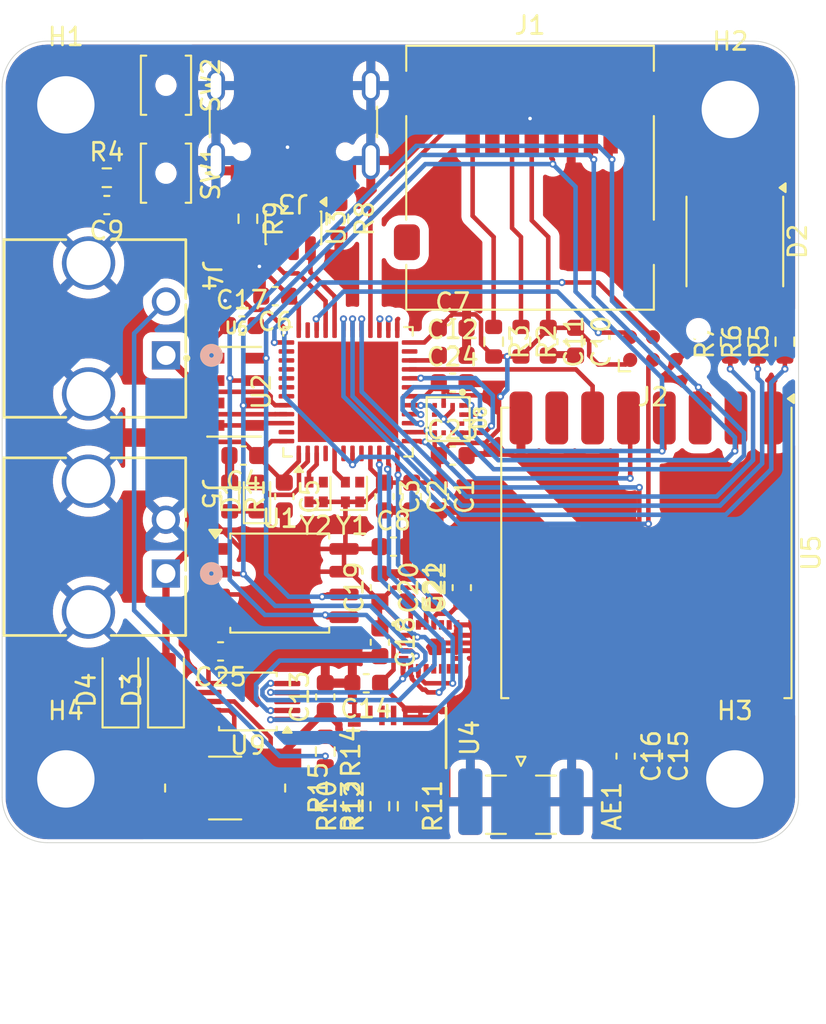
<source format=kicad_pcb>
(kicad_pcb (version 20241229) (generator "pcbnew") (generator_version "9.0")
  (layers (0 "F.Cu" signal) (2 "B.Cu" signal) (13 "F.Paste" user) (15 "B.Paste" user) (5 "F.SilkS" user "F.Silkscreen") (7 "B.SilkS" user "B.Silkscreen") (1 "F.Mask" user) (3 "B.Mask" user) (25 "Edge.Cuts" user))
  (net 0 "")
  (net 1 "GND")
  (net 2 "Net-(AE1-A)")
  (net 3 "+3V3")
  (net 4 "/Microcontroller/nRST")
  (net 5 "Net-(U2-VCAP1)")
  (net 6 "/Power Managment/VBATT")
  (net 7 "Net-(U7-C1)")
  (net 8 "Net-(U7-CAP)")
  (net 9 "/Microcontroller/LED_BUILT_IN")
  (net 10 "Net-(D1-K)")
  (net 11 "Net-(D2-BA)")
  (net 12 "Net-(D2-RA)")
  (net 13 "Net-(D2-GA)")
  (net 14 "/Power Managment/VBATT_Sense/VBATT_IN")
  (net 15 "Net-(D3-A)")
  (net 16 "+5V")
  (net 17 "/SCK")
  (net 18 "Net-(J1-CMD)")
  (net 19 "/Microcontroller/CS_SD")
  (net 20 "Net-(J1-DAT2)")
  (net 21 "/MOSI")
  (net 22 "/MISO")
  (net 24 "/Microcontroller/SWD")
  (net 25 "/Microcontroller/SWCLK")
  (net 26 "Net-(J3-CC1)")
  (net 27 "Net-(J3-D--PadA7)")
  (net 28 "Net-(J3-D+-PadA6)")
  (net 29 "Net-(J3-CC2)")
  (net 30 "Net-(J4-Pin_1)")
  (net 31 "/Microcontroller/BOOT0")
  (net 32 "/Microcontroller/LED_RED")
  (net 33 "/Microcontroller/LED_GREEN")
  (net 34 "/Microcontroller/LED_BLUE")
  (net 35 "Net-(U4-AAM)")
  (net 36 "Net-(U4-FB)")
  (net 37 "Net-(U4-EN)")
  (net 38 "Net-(U9-IN+)")
  (net 39 "Net-(U9-IN-)")
  (net 40 "/Microcontroller/CS_FLASH")
  (net 42 "/Microcontroller/LSE_IN")
  (net 43 "/RST_RADIO")
  (net 44 "/Microcontroller/D+")
  (net 45 "/Microcontroller/CS_IMU_AG")
  (net 48 "/INT_RADIO")
  (net 49 "/Microcontroller/CS_IMU_MAG")
  (net 51 "/Microcontroller/HSE_IN")
  (net 52 "/Microcontroller/D-")
  (net 54 "/CS_POWER")
  (net 55 "/Microcontroller/CS_BARO")
  (net 57 "/CS_RADIO")
  (net 62 "Net-(U4-SW-Pad4)")
  (net 79 "unconnected-(U2-PB12-Pad25)")
  (net 80 "unconnected-(U2-PB13-Pad26)")
  (net 81 "unconnected-(U2-PB14-Pad27)")
  (net 84 "/Microcontroller/CS_ACCEL")
  (footprint "Capacitor_SMD:C_0603_1608Metric" (layer "F.Cu") (at 181.61 76.2 -90)
    (property "Reference" "C2")
    (property "Value" "1uF")
  )
  (footprint "Capacitor_SMD:C_0603_1608Metric" (layer "F.Cu") (at 179.832 81.28 90)
    (property "Reference" "C19")
    (property "Value" "0.1uF")
  )
  (footprint "RF_Module:HOPERF_RFM9XW_SMD" (layer "F.Cu") (at 194.706 79.343 -90)
    (property "Reference" "U5")
    (property "Value" "RFM69HCW")
  )
  (footprint "MountingHole:MountingHole_3.2mm_M3_ISO7380_Pad" (layer "F.Cu") (at 162.306 91.948)
    (property "Reference" "H4")
    (property "Value" "MP")
  )
  (footprint "Resistor_SMD:R_0603_1608Metric" (layer "F.Cu") (at 200.914 67.564 90)
    (property "Reference" "R6")
    (property "Value" "120")
  )
  (footprint "Capacitor_SMD:C_0603_1608Metric" (layer "F.Cu") (at 193.548 90.678 -90)
    (property "Reference" "C16")
    (property "Value" "0.1uF")
  )
  (footprint "Avionics_Feet:0436500205" (layer "F.Cu") (at 167.8866 80.494 -90)
    (property "Reference" "J5")
    (property "Value" "BATTERY")
  )
  (footprint "Capacitor_SMD:C_0603_1608Metric" (layer "F.Cu") (at 179.832 84.328 -90)
    (property "Reference" "C18")
    (property "Value" "10uF")
  )
  (footprint "Resistor_SMD:R_0603_1608Metric" (layer "F.Cu") (at 178.308 93.472 90)
    (property "Reference" "R10")
    (property "Value" "62k")
  )
  (footprint "Capacitor_SMD:C_0603_1608Metric" (layer "F.Cu") (at 183.896 66.802)
    (property "Reference" "C7")
    (property "Value" "0.1uF")
  )
  (footprint "Resistor_SMD:R_0603_1608Metric" (layer "F.Cu") (at 172.466 60.706 -90)
    (property "Reference" "R9")
    (property "Value" "5.1k")
  )
  (footprint "Avionics_Feet:XDCR_KX003-1077" (layer "F.Cu") (at 183.642 71.882 -90)
    (property "Reference" "U8")
    (property "Value" "kx13x")
  )
  (footprint "Avionics_Feet:MPM3610QGV-P" (layer "F.Cu") (at 180.848 89.662 90)
    (property "Reference" "U4")
    (property "Value" "MPM3610GQV-P")
  )
  (footprint "Capacitor_SMD:C_0603_1608Metric" (layer "F.Cu") (at 170.942 84.836 180)
    (property "Reference" "C25")
    (property "Value" "0.1uF")
  )
  (footprint "Resistor_SMD:R_0603_1608Metric" (layer "F.Cu") (at 171.45 76.2 -90)
    (property "Reference" "R1")
    (property "Value" "120")
  )
  (footprint "Resistor_SMD:R_0603_1608Metric" (layer "F.Cu") (at 181.356 93.472 -90)
    (property "Reference" "R11")
    (property "Value" "24k")
  )
  (footprint "Oscillator:Oscillator_SMD_Abracon_ASCO-4Pin_1.6x1.2mm" (layer "F.Cu") (at 178.308 75.946 180)
    (property "Reference" "Y1")
    (property "Value" "8MHz")
  )
  (footprint "Diode_SMD:D_SOD-123F" (layer "F.Cu") (at 167.894 86.868 90)
    (property "Reference" "D3")
    (property "Value" "1A")
  )
  (footprint "Package_SO:VSSOP-10_3x3mm_P0.5mm" (layer "F.Cu") (at 172.466 87.63 180)
    (property "Reference" "U9")
    (property "Value" "INA229AQDGSRQ1")
  )
  (footprint "Capacitor_SMD:C_0603_1608Metric" (layer "F.Cu") (at 184.404 81.28 90)
    (property "Reference" "C22")
    (property "Value" "10nF")
  )
  (footprint "Capacitor_SMD:C_0603_1608Metric" (layer "F.Cu") (at 179.07 86.614 180)
    (property "Reference" "C14")
    (property "Value" "22uF")
  )
  (footprint "Capacitor_SMD:C_0603_1608Metric" (layer "F.Cu") (at 190.754 67.564 -90)
    (property "Reference" "C10")
    (property "Value" "10uF")
  )
  (footprint "Resistor_SMD:R_0603_1608Metric" (layer "F.Cu") (at 176.784 93.472 -90)
    (property "Reference" "R13")
    (property "Value" "10k")
  )
  (footprint "Capacitor_SMD:C_0603_1608Metric" (layer "F.Cu") (at 195.072 90.678 -90)
    (property "Reference" "C15")
    (property "Value" "10uF")
  )
  (footprint "Connector_Coaxial:SMA_Samtec_SMA-J-P-H-ST-EM1_EdgeMount" (layer "F.Cu") (at 187.706 93.472 -90)
    (property "Reference" "AE1")
    (property "Value" "Antenna_Shield")
  )
  (footprint "Connector_Card:microSD_HC_Molex_47219-2001" (layer "F.Cu") (at 188.214 58.42)
    (property "Reference" "J1")
    (property "Value" "Micro_SD_Card")
  )
  (footprint "Capacitor_SMD:C_0603_1608Metric" (layer "F.Cu") (at 189.23 67.564 -90)
    (property "Reference" "C11")
    (property "Value" "0.1uF")
  )
  (footprint "MountingHole:MountingHole_3.2mm_M3_ISO7380_Pad" (layer "F.Cu") (at 162.306 54.356)
    (property "Reference" "H1")
    (property "Value" "MP")
  )
  (footprint "Capacitor_SMD:C_0603_1608Metric" (layer "F.Cu") (at 164.592 59.944 180)
    (property "Reference" "C9")
    (property "Value" "0.1uF")
  )
  (footprint "Button_Switch_SMD:SW_SPST_B3U-1000P-B" (layer "F.Cu") (at 167.894 53.262 -90)
    (property "Reference" "SW2")
    (property "Value" "SW_SPST")
  )
  (footprint "Capacitor_SMD:C_0603_1608Metric" (layer "F.Cu") (at 183.896 68.326)
    (property "Reference" "C12")
    (property "Value" "4.7uF")
  )
  (footprint "Resistor_SMD:R_0603_1608Metric" (layer "F.Cu") (at 177.546 60.706 -90)
    (property "Reference" "R8")
    (property "Value" "5.1k")
  )
  (footprint "Avionics_Feet:XDCR_MS561101BA03-50" (layer "F.Cu") (at 171.704 70.358)
    (property "Reference" "U6")
    (property "Value" "MS5611")
  )
  (footprint "Resistor_SMD:R_0603_1608Metric" (layer "F.Cu") (at 202.438 67.564 90)
    (property "Reference" "R5")
    (property "Value" "120")
  )
  (footprint "Avionics_Feet:0436500205" (layer "F.Cu") (at 167.894 68.326 -90)
    (property "Reference" "J4")
    (property "Value" "ARM")
  )
  (footprint "Avionics_Feet:PQFN24P43_350X300X102L35X23N" (layer "F.Cu") (at 182.626 84.582)
    (property "Reference" "U7")
    (property "Value" "LSM9DS1")
  )
  (footprint "Capacitor_SMD:C_0603_1608Metric" (layer "F.Cu") (at 174.498 76.2 -90)
    (property "Reference" "C5")
    (property "Value" "0.1uF")
  )
  (footprint "Resistor_SMD:R_Shunt_Ohmite_LVK24" (layer "F.Cu") (at 171.196 92.456 -90)
    (property "Reference" "R15")
    (property "Value" "0.1")
  )
  (footprint "Resistor_SMD:R_0603_1608Metric" (layer "F.Cu") (at 176.784 90.424 -90)
    (property "Reference" "R14")
    (property "Value" "47k")
  )
  (footprint "Button_Switch_SMD:SW_SPST_B3U-1000P-B" (layer "F.Cu") (at 167.894 58.166 -90)
    (property "Reference" "SW1")
    (property "Value" "SW_SPST")
  )
  (footprint "Resistor_SMD:R_0603_1608Metric" (layer "F.Cu") (at 187.706 67.564 -90)
    (property "Reference" "R2")
    (property "Value" "10k")
  )
  (footprint "MountingHole:MountingHole_3.2mm_M3_ISO7380_Pad" (layer "F.Cu") (at 199.644 91.948)
    (property "Reference" "H3")
    (property "Value" "MP")
  )
  (footprint "Capacitor_SMD:C_0603_1608Metric" (layer "F.Cu") (at 172.128 66.665)
    (property "Reference" "C17")
    (property "Value" "0.1uF")
  )
  (footprint "LED_SMD:LED_0603_1608Metric" (layer "F.Cu") (at 172.974 76.2 90)
    (property "Reference" "D1")
    (property "Value" "LED")
  )
  (footprint "Capacitor_SMD:C_0603_1608Metric" (layer "F.Cu") (at 180.086 76.2 -90)
    (property "Reference" "C3")
    (property "Value" "0.1uF")
  )
  (footprint "Capacitor_SMD:C_0603_1608Metric" (layer "F.Cu") (at 176.784 87.376 90)
    (property "Reference" "C13")
    (property "Value" "10uF")
  )
  (footprint "Capacitor_SMD:C_0603_1608Metric" (layer "F.Cu") (at 173.99 65.024 180)
    (property "Reference" "C6")
    (property "Value" "0.1uF")
  )
  (footprint "Capacitor_SMD:C_0603_1608Metric" (layer "F.Cu") (at 180.594 78.994)
    (property "Reference" "C8")
    (property "Value" "0.1uF")
  )
  (footprint "Package_SO:SOIC-8_5.3x5.3mm_P1.27mm" (layer "F.Cu") (at 174.244 81.026)
    (property "Reference" "U1")
    (property "Value" "W25Q128JVS")
  )
  (footprint "Capacitor_SMD:C_0603_1608Metric" (layer "F.Cu") (at 181.356 81.28 -90)
    (property "Reference" "C21")
    (property "Value" "0.1uF")
  )
  (footprint "Resistor_SMD:R_0603_1608Metric" (layer "F.Cu") (at 199.39 67.564 90)
    (property "Reference" "R7")
    (property "Value" "120")
  )
  (footprint "Capacitor_SMD:C_0603_1608Metric" (layer "F.Cu") (at 172.212 73.914 180)
    (property "Reference" "C4")
    (property "Value" "0.1uF")
  )
  (footprint "Oscillator:Oscillator_SMD_Abracon_ASCO-4Pin_1.6x1.2mm" (layer "F.Cu") (at 176.276 75.946 180)
    (property "Reference" "Y2")
    (property "Value" "32.768KHz")
  )
  (footprint "LED_SMD:LED_RGB_5050-6" (layer "F.Cu") (at 199.644 61.976 -90)
    (property "Reference" "D2")
    (property "Value" "LED_RGB")
  )
  (footprint "Capacitor_SMD:C_0603_1608Metric" (layer "F.Cu") (at 183.896 73.914)
    (property "Reference" "C23")
    (property "Value" "0.1uF")
  )
  (footprint "MountingHole:MountingHole_3.2mm_M3_ISO7380_Pad" (layer "F.Cu") (at 199.39 54.61)
    (property "Reference" "H2")
    (property "Value" "MP")
  )
  (footprint "Resistor_SMD:R_0603_1608Metric" (layer "F.Cu") (at 179.832 93.472 90)
    (property "Reference" "R12")
    (property "Value" "75k")
  )
  (footprint "Capacitor_SMD:C_0603_1608Metric" (layer "F.Cu") (at 182.88 81.28 90)
    (property "Reference" "C20")
    (property "Value" "0.1uF")
  )
  (footprint "Capacitor_SMD:C_0603_1608Metric" (layer "F.Cu") (at 183.134 76.2 -90)
    (property "Reference" "C1")
    (property "Value" "4.7uF")
  )
  (footprint "Resistor_SMD:R_0603_1608Metric" (layer "F.Cu") (at 164.592 58.42)
    (property "Reference" "R4")
    (property "Value" "10k")
  )
  (footprint "Package_DFN_QFN:QFN-48-1EP_7x7mm_P0.5mm_EP5.6x5.6mm" (layer "F.Cu") (at 178.054 70.358 90)
    (property "Reference" "U2")
    (property "Value" "STM32F411CEUx")
  )
  (footprint "Capacitor_SMD:C_0603_1608Metric" (layer "F.Cu") (at 183.896 69.85)
    (property "Reference" "C24")
    (property "Value" "0.1uF")
  )
  (footprint "Resistor_SMD:R_0603_1608Metric" (layer "F.Cu") (at 186.182 67.564 -90)
    (property "Reference" "R3")
    (property "Value" "10k")
  )
  (footprint "Connector_USB:USB_C_Receptacle_GCT_USB4105-xx-A_16P_TopMnt_Horizontal" (layer "F.Cu") (at 175.006 54.356 180)
    (property "Reference" "J3")
    (property "Value" "USB_C_Receptacle")
  )
  (footprint "Package_TO_SOT_SMD:SOT-23-6" (layer "F.Cu") (at 175.006 61.214 -90)
    (property "Reference" "U3")
    (property "Value" "USBLC6-2SC6")
  )
  (footprint "Connector:Tag-Connect_TC2030-IDC-NL_2x03_P1.27mm_Vertical" (layer "F.Cu") (at 195.072 67.945)
    (property "Reference" "J2")
    (property "Value" "TC2030-NL")
  )
  (footprint "Diode_SMD:D_SOD-123F" (layer "F.Cu") (at 165.354 86.868 90)
    (property "Reference" "D4")
    (property "Value" "1A")
  )
  (gr_arc (start 200.66 50.8) (mid 202.456051 51.543949) (end 203.2 53.34) (stroke (width 0.05)) (layer "Edge.Cuts"))
  (gr_line (start 161.29 50.8) (end 200.66 50.8) (stroke (width 0.05)) (layer "Edge.Cuts"))
  (gr_line (start 203.2 53.34) (end 203.2 92.964) (stroke (width 0.05)) (layer "Edge.Cuts"))
  (gr_arc (start 161.29 95.504) (mid 159.493949 94.760051) (end 158.75 92.964) (stroke (width 0.05)) (layer "Edge.Cuts"))
  (gr_line (start 200.66 95.504) (end 161.29 95.504) (stroke (width 0.05)) (layer "Edge.Cuts"))
  (gr_line (start 158.75 92.964) (end 158.75 53.34) (stroke (width 0.05)) (layer "Edge.Cuts"))
  (gr_arc (start 158.75 53.34) (mid 159.493949 51.543949) (end 161.29 50.8) (stroke (width 0.05)) (layer "Edge.Cuts"))
  (gr_arc (start 203.2 92.964) (mid 202.456051 94.760051) (end 200.66 95.504) (stroke (width 0.05)) (layer "Edge.Cuts"))
  (segment (start 187.706 86.868) (end 187.706 93.472) (width 0.4064) (layer "F.Cu") (net 2))
  (segment (start 188.309 56.32) (end 188.309 55.213) (width 0.254) (layer "F.Cu") (net 3))
  (segment (start 169.418 53.086) (end 167.894 51.562) (width 0.254) (layer "F.Cu") (net 3))
  (segment (start 183.642 93.099088) (end 183.642 88.392) (width 0.254) (layer "F.Cu") (net 3))
  (segment (start 177.908 79.0445) (end 177.908 76.496) (width 0.254) (layer "F.Cu") (net 3))
  (segment (start 179.692 79.121) (end 179.819 78.994) (width 0.254) (layer "F.Cu") (net 3))
  (segment (start 171.196 65.278) (end 171.196 65.532) (width 0.254) (layer "F.Cu") (net 3))
  (segment (start 172.987 73.914) (end 172.974 73.914) (width 0.254) (layer "F.Cu") (net 3))
  (segment (start 180.646 84.367) (end 181.156 84.367) (width 0.254) (layer "F.Cu") (net 3))
  (segment (start 179.845 86.614) (end 180.594 85.865) (width 0.254) (layer "F.Cu") (net 3))
  (segment (start 170.434 73.152) (end 170.18 73.406) (width 0.254) (layer "F.Cu") (net 3))
  (segment (start 173.1075 63.3665) (end 174.765 65.024) (width 0.254) (layer "F.Cu") (net 3))
  (segment (start 183.883 66.04) (end 183.121 66.802) (width 0.254) (layer "F.Cu") (net 3))
  (segment (start 170.18 77.216) (end 172.085 79.121) (width 0.254) (layer "F.Cu") (net 3))
  (segment (start 185.4774 66.3514) (end 185.166 66.04) (width 0.254) (layer "F.Cu") (net 3))
  (segment (start 186.182 68.389) (end 185.4774 67.6844) (width 0.254) (layer "F.Cu") (net 3))
  (segment (start 179.832 94.297) (end 179.895 94.297) (width 0.254) (layer "F.Cu") (net 3))
  (segment (start 186.4846 72.440947) (end 185.716147 73.2094) (width 0.254) (layer "F.Cu") (net 3))
  (segment (start 174.879 80.391) (end 173.609 81.661) (width 0.254) (layer "F.Cu") (net 3))
  (segment (start 189.23 61.722) (end 189.23 66.789) (width 0.254) (layer "F.Cu") (net 3))
  (segment (start 180.086 75.425) (end 183.134 75.425) (width 0.254) (layer "F.Cu") (net 3))
  (segment (start 170.266 84.935) (end 170.167 84.836) (width 0.254) (layer "F.Cu") (net 3))
  (segment (start 189.23 66.789) (end 190.754 66.789) (width 0.254) (layer "F.Cu") (net 3))
  (segment (start 179.832 82.055) (end 179.832 82.068) (width 0.254) (layer "F.Cu") (net 3))
  (segment (start 186.4846 70.699095) (end 186.4846 72.440947) (width 0.254) (layer "F.Cu") (net 3))
  (segment (start 181.814488 94.9266) (end 183.642 93.099088) (width 0.254) (layer "F.Cu") (net 3))
  (segment (start 183.275468 88.138) (end 183.201668 88.0642) (width 0.4064) (layer "F.Cu") (net 3))
  (segment (start 170.167 84.836) (end 169.9195 84.836) (width 0.254) (layer "F.Cu") (net 3))
  (segment (start 182.411 82.524) (end 182.411 83.357) (width 0.254) (layer "F.Cu") (net 3))
  (segment (start 186.561534 70.622161) (end 186.4846 70.699095) (width 0.254) (layer "F.Cu") (net 3))
  (segment (start 180.594 85.865) (end 180.594 84.41) (width 0.254) (layer "F.Cu") (net 3))
  (segment (start 195.706 84.962) (end 195.58 84.836) (width 0.4064) (layer "F.Cu") (net 3))
  (segment (start 183.121 73.914) (end 182.892 73.685) (width 0.254) (layer "F.Cu") (net 3))
  (segment (start 183.121 69.85) (end 183.392 70.121) (width 0.254) (layer "F.Cu") (net 3))
  (segment (start 180.594 84.41) (end 180.637 84.367) (width 0.254) (layer "F.Cu") (net 3))
  (segment (start 181.981 83.357) (end 182.411 83.357) (width 0.254) (layer "F.Cu") (net 3))
  (segment (start 182.88 82.055) (end 182.411 82.524) (width 0.254) (layer "F.Cu") (net 3))
  (segment (start 179.832 83.553) (end 180.646 84.367) (width 0.254) (layer "F.Cu") (net 3))
  (segment (start 183.642 88.392) (end 183.896 88.138) (width 0.254) (layer "F.Cu") (net 3))
  (segment (start 172.085 79.121) (end 177.8315 79.121) (width 0.254) (layer "F.Cu") (net 3))
  (segment (start 179.304 74.643) (end 180.086 75.425) (width 0.254) (layer "F.Cu") (net 3))
  (segment (start 181.248 88.017) (end 181.248 88.116) (width 0.254) (layer "F.Cu") (net 3))
  (segment (start 175.304 65.563) (end 174.765 65.024) (width 0.254) (layer "F.Cu") (net 3))
  (segment (start 185.4774 70.5546) (end 183.8256 70.5546) (width 0.254) (layer "F.Cu") (net 3))
  (segment (start 169.799 81.661) (end 170.6565 81.661) (width 0.254) (layer "F.Cu") (net 3))
  (segment (start 185.166 66.04) (end 183.883 66.04) (width 0.254) (layer "F.Cu") (net 3))
  (segment (start 192.017362 68.834) (end 193.548 68.834) (width 0.254) (layer "F.Cu") (net 3))
  (segment (start 195.072 89.903) (end 193.548 89.903) (width 0.4064) (layer "F.Cu") (net 3))
  (segment (start 193.548 68.834) (end 193.802 68.58) (width 0.254) (layer "F.Cu") (net 3))
  (segment (start 172.212 73.152) (end 170.434 73.152) (width 0.254) (layer "F.Cu") (net 3))
  (segment (start 186.561534 70.622161) (end 185.544961 70.622161) (width 0.254) (layer "F.Cu") (net 3))
  (segment (start 183.121 73.914) (end 183.121 75.412) (width 0.254) (layer "F.Cu") (net 3))
  (segment (start 186.944 68.389) (end 186.182 68.389) (width 0.254) (layer "F.Cu") (net 3))
  (segment (start 171.196 65.532) (end 171.353 65.689) (width 0.254) (layer "F.Cu") (net 3))
  (segment (start 183.392 70.121) (end 183.392 71.1195) (width 0.254) (layer "F.Cu") (net 3))
  (segment (start 183.201668 88.0642) (end 181.248 88.0642) (width 0.4064) (layer "F.Cu") (net 3))
  (segment (start 182.363 70.608) (end 183.121 69.85) (width 0.254) (layer "F.Cu") (net 3))
  (segment (start 182.88 82.055) (end 182.105 81.28) (width 0.254) (layer "F.Cu") (net 3))
  (segment (start 195.706 89.269) (end 195.072 89.903) (width 0.4064) (layer "F.Cu") (net 3))
  (segment (start 183.896 88.138) (end 183.275468 88.138) (width 0.4064) (layer "F.Cu") (net 3))
  (segment (start 169.418 84.3345) (end 169.418 82.042) (width 0.254) (layer "F.Cu") (net 3))
  (segment (start 191.516 67.551) (end 191.516 68.332638) (width 0.254) (layer "F.Cu") (net 3))
  (segment (start 185.544961 70.622161) (end 185.4774 70.5546) (width 0.254) (layer "F.Cu") (net 3))
  (segment (start 177.8315 80.391) (end 177.8315 79.121) (width 0.254) (layer "F.Cu") (net 3))
  (segment (start 178.168 80.391) (end 177.8315 80.391) (width 0.254) (layer "F.Cu") (net 3))
  (segment (start 188.309 60.801) (end 189.23 61.722) (width 0.254) (layer "F.Cu") (net 3))
  (segment (start 183.8256 70.5546) (end 183.121 69.85) (width 0.254) (layer "F.Cu") (net 3))
  (segment (start 191.516 68.332638) (end 192.017362 68.834) (width 0.254) (layer "F.Cu") (net 3))
  (segment (start 179.832 83.553) (end 179.832 82.055) (width 0.254) (layer "F.Cu") (net 3))
  (segment (start 189.23 66.789) (end 189.23 66.865) (width 0.254) (layer "F.Cu") (net 3))
  (segment (start 189.23 66.865) (end 187.706 68.389) (width 0.254) (layer "F.Cu") (net 3))
  (segment (start 180.637 84.367) (end 181.156 84.367) (width 0.254) (layer "F.Cu") (net 3))
  (segment (start 170.18 73.406) (end 170.18 77.216) (width 0.254) (layer "F.Cu") (net 3))
  (segment (start 182.105 81.28) (end 180.607 81.28) (width 0.254) (layer "F.Cu") (net 3))
  (segment (start 180.607 81.28) (end 179.832 82.055) (width 0.254) (layer "F.Cu") (net 3))
  (segment (start 183.121 75.412) (end 183.134 75.425) (width 0.254) (layer "F.Cu") (net 3))
  (segment (start 179.845 86.614) (end 181.248 88.017) (width 0.254) (layer "F.Cu") (net 3))
  (segment (start 179.832 82.055) (end 178.168 80.391) (width 0.254) (layer "F.Cu") (net 3))
  (segment (start 172.987 73.914) (end 174.498 75.425) (width 0.254) (layer "F.Cu") (net 3))
  (segment (start 182.315 67.608) (end 183.121 66.802) (width 0.254) (layer "F.Cu") (net 3))
  (segment (start 173.1075 63.3665) (end 169.418 59.677) (width 0.254) (layer "F.Cu") (net 3))
  (segment (start 170.266 86.63) (end 170.266 84.935) (width 0.254) (layer "F.Cu") (net 3))
  (segment (start 187.706 68.389) (end 186.944 68.389) (width 0.254) (layer "F.Cu") (net 3))
  (segment (start 173.609 81.661) (end 170.6565 81.661) (width 0.254) (layer "F.Cu") (net 3))
  (segment (start 179.895 94.297) (end 180.5246 94.9266) (width 0.254) (layer "F.Cu") (net 3))
  (segment (start 179.304 73.7955) (end 179.304 74.643) (width 0.254) (layer "F.Cu") (net 3))
  (segment (start 173.793 73.108) (end 172.987 73.914) (width 0.254) (layer "F.Cu") (net 3))
  (segment (start 175.304 74.2445) (end 174.498 75.0505) (width 0.254) (layer "F.Cu") (net 3))
  (segment (start 188.309 56.32) (end 188.309 60.801) (width 0.254) (layer "F.Cu") (net 3))
  (segment (start 174.6165 73.108) (end 173.793 73.108) (width 0.254) (layer "F.Cu") (net 3))
  (segment (start 180.5246 94.9266) (end 181.814488 94.9266) (width 0.254) (layer "F.Cu") (net 3))
  (segment (start 175.304 66.9205) (end 175.304 65.563) (width 0.254) (layer "F.Cu") (net 3))
  (segment (start 179.832 82.068) (end 181.121 83.357) (width 0.254) (layer "F.Cu") (net 3))
  (segment (start 190.754 66.789) (end 191.516 67.551) (width 0.254) (layer "F.Cu") (net 3))
  (segment (start 195.706 86.868) (end 195.706 84.962) (width 0.4064) (layer "F.Cu") (net 3))
  (segment (start 169.418 59.677) (end 169.418 53.086) (width 0.254) (layer "F.Cu") (net 3))
  (segment (start 175.304 73.7955) (end 175.304 74.2445) (width 0.254) (layer "F.Cu") (net 3))
  (segment (start 185.4774 67.6844) (end 185.4774 66.3514) (width 0.254) (layer "F.Cu") (net 3))
  (segment (start 169.418 82.042) (end 169.799 81.661) (width 0.254) (layer "F.Cu") (net 3))
  (segment (start 170.604 68.483) (end 170.604 67.414) (width 0.254) (layer "F.Cu") (net 3))
  (segment (start 178.708 76.496) (end 179.015 76.496) (width 0.254) (layer "F.Cu") (net 3))
  (segment (start 179.015 76.496) (end 180.086 75.425) (width 0.254) (layer "F.Cu") (net 3))
  (segment (start 178.708 76.496) (end 175.876 76.496) (width 0.254) (layer "F.Cu") (net 3))
  (segment (start 181.4915 67.608) (end 182.315 67.608) (width 0.254) (layer "F.Cu") (net 3))
  (segment (start 183.8256 73.2094) (end 183.121 73.914) (width 0.254) (layer "F.Cu") (net 3))
  (segment (start 182.892 73.685) (end 182.892 72.6445) (width 0.254) (layer "F.Cu") (net 3))
  (segment (start 174.498 75.0505) (end 174.498 75.425) (width 0.254) (layer "F.Cu") (net 3))
  (segment (start 170.604 67.414) (end 171.353 66.665) (width 0.254) (layer "F.Cu") (net 3))
  (segment (start 195.58 84.836) (end 187.198 84.836) (width 0.4064) (layer "F.Cu") (net 3))
  (segment (start 188.309 55.213) (end 188.214 55.118) (width 0.254) (layer "F.Cu") (net 3))
  (segment (start 181.4915 70.608) (end 182.363 70.608) (width 0.254) (layer "F.Cu") (net 3))
  (segment (start 169.9195 84.836) (end 169.418 84.3345) (width 0.254) (layer "F.Cu") (net 3))
  (segment (start 185.716147 73.2094) (end 183.8256 73.2094) (width 0.254) (layer "F.Cu") (net 3))
  (segment (start 187.198 84.836) (end 183.896 88.138) (width 0.4064) (layer "F.Cu") (net 3))
  (segment (start 177.8315 80.391) (end 174.879 80.391) (width 0.254) (layer "F.Cu") (net 3))
  (segment (start 172.974 73.914) (end 172.212 73.152) (width 0.254) (layer "F.Cu") (net 3))
  (segment (start 177.8315 79.121) (end 177.908 79.0445) (width 0.254) (layer "F.Cu") (net 3))
  (segment (start 171.353 65.689) (end 171.353 66.665) (width 0.254) (layer "F.Cu") (net 3))
  (segment (start 177.8315 79.121) (end 179.692 79.121) (width 0.254) (layer "F.Cu") (net 3))
  (segment (start 195.706 86.868) (end 195.706 89.269) (width 0.4064) (layer "F.Cu") (net 3))
  (via (at 188.214 55.118) (size 0.4) (drill 0.2) (layers "F.Cu" "B.Cu") (net 3))
  (via (at 186.561534 70.622161) (size 0.4) (drill 0.2) (layers "F.Cu" "B.Cu") (net 3))
  (via (at 171.196 65.278) (size 0.4) (drill 0.2) (layers "F.Cu" "B.Cu") (net 3))
  (via (at 173.1075 63.3665) (size 0.4) (drill 0.2) (layers "F.Cu" "B.Cu") (net 3))
  (via (at 186.944 68.389) (size 0.4) (drill 0.2) (layers "F.Cu" "B.Cu") (net 3))
  (segment (start 188.214 55.118) (end 178.308 55.118) (width 0.254) (layer "B.Cu") (net 3))
  (segment (start 173.1075 63.3665) (end 171.196 65.278) (width 0.254) (layer "B.Cu") (net 3))
  (segment (start 186.944 70.239695) (end 186.944 68.389) (width 0.254) (layer "B.Cu") (net 3))
  (segment (start 178.308 55.118) (end 175.768 57.658) (width 0.254) (layer "B.Cu") (net 3))
  (segment (start 186.561534 70.622161) (end 186.944 70.239695) (width 0.254) (layer "B.Cu") (net 3))
  (segment (start 175.768 57.658) (end 175.768 60.706) (width 0.254) (layer "B.Cu") (net 3))
  (segment (start 175.768 60.706) (end 173.1075 63.3665) (width 0.254) (layer "B.Cu") (net 3))
  (segment (start 174.498 67.056) (end 174.498 66.802) (width 0.254) (layer "F.Cu") (net 4))
  (segment (start 178.304 74.418) (end 178.308 74.422) (width 0.254) (layer "F.Cu") (net 4))
  (segment (start 174.498 66.802) (end 173.482 65.786) (width 0.254) (layer "F.Cu") (net 4))
  (segment (start 165.367 59.944) (end 167.816 59.944) (width 0.254) (layer "F.Cu") (net 4))
  (segment (start 173.482 65.786) (end 172.72 65.786) (width 0.254) (layer "F.Cu") (net 4))
  (segment (start 172.72 65.786) (end 167.894 60.96) (width 0.254) (layer "F.Cu") (net 4))
  (segment (start 167.816 59.944) (end 167.894 59.866) (width 0.254) (layer "F.Cu") (net 4))
  (segment (start 194.818 68.834) (end 195.072 68.58) (width 0.254) (layer "F.Cu") (net 4))
  (segment (start 194.818 77.724) (end 194.818 68.834) (width 0.254) (layer "F.Cu") (net 4))
  (segment (start 167.894 60.96) (end 167.894 59.866) (width 0.254) (layer "F.Cu") (net 4))
  (segment (start 178.304 73.7955) (end 178.304 74.418) (width 0.254) (layer "F.Cu") (net 4))
  (via (at 194.818 77.724) (size 0.4) (drill 0.2) (layers "F.Cu" "B.Cu") (net 4))
  (via (at 174.498 67.056) (size 0.4) (drill 0.2) (layers "F.Cu" "B.Cu") (net 4))
  (via (at 178.308 74.422) (size 0.4) (drill 0.2) (layers "F.Cu" "B.Cu") (net 4))
  (segment (start 180.529218 73.9924) (end 178.7376 73.9924) (width 0.254) (layer "B.Cu") (net 4))
  (segment (start 174.498 67.056) (end 174.498 70.612) (width 0.254) (layer "B.Cu") (net 4))
  (segment (start 194.818 77.724) (end 184.260818 77.724) (width 0.254) (layer "B.Cu") (net 4))
  (segment (start 174.498 70.612) (end 178.308 74.422) (width 0.254) (layer "B.Cu") (net 4))
  (segment (start 184.260818 77.724) (end 180.529218 73.9924) (width 0.254) (layer "B.Cu") (net 4))
  (segment (start 178.7376 73.9924) (end 178.308 74.422) (width 0.254) (layer "B.Cu") (net 4))
  (segment (start 182.839 68.608) (end 183.121 68.326) (width 0.254) (layer "F.Cu") (net 5))
  (segment (start 181.4915 68.608) (end 182.839 68.608) (width 0.254) (layer "F.Cu") (net 5))
  (segment (start 173.821 91.206) (end 173.821 91.114) (width 0.254) (layer "F.Cu") (net 6))
  (segment (start 177.5648 89.183948) (end 177.5648 89.6929) (width 0.4064) (layer "F.Cu") (net 6))
  (segment (start 177.5648 89.6929) (end 177.7839 89.912) (width 0.4064) (layer "F.Cu") (net 6))
  (segment (start 177.7839 89.912) (end 178.594 89.912) (width 0.4064) (layer "F.Cu") (net 6))
  (segment (start 173.821 91.114) (end 176.784 88.151) (width 0.4064) (layer "F.Cu") (net 6))
  (segment (start 177.546 88.913) (end 177.546 89.165148) (width 0.4064) (layer "F.Cu") (net 6))
  (segment (start 176.784 88.151) (end 177.546 88.913) (width 0.4064) (layer "F.Cu") (net 6))
  (segment (start 170.266 87.63) (end 171.704 87.63) (width 0.254) (layer "F.Cu") (net 6))
  (segment (start 173.736 89.662) (end 173.736 91.121) (width 0.254) (layer "F.Cu") (net 6))
  (segment (start 171.704 87.63) (end 173.736 89.662) (width 0.254) (layer "F.Cu") (net 6))
  (segment (start 177.546 89.165148) (end 177.5648 89.183948) (width 0.4064) (layer "F.Cu") (net 6))
  (segment (start 173.736 91.121) (end 173.821 91.206) (width 0.254) (layer "F.Cu") (net 6))
  (segment (start 181.551 82.25) (end 181.356 82.055) (width 0.254) (layer "F.Cu") (net 7))
  (segment (start 181.551 83.357) (end 181.551 82.25) (width 0.254) (layer "F.Cu") (net 7))
  (segment (start 182.841 82.9228) (end 183.0292 82.7346) (width 0.254) (layer "F.Cu") (net 8))
  (segment (start 183.7244 82.7346) (end 184.404 82.055) (width 0.254) (layer "F.Cu") (net 8))
  (segment (start 183.0292 82.7346) (end 183.7244 82.7346) (width 0.254) (layer "F.Cu") (net 8))
  (segment (start 182.841 83.357) (end 182.841 82.9228) (width 0.254) (layer "F.Cu") (net 8))
  (segment (start 175.318404 75.728732) (end 175.318404 74.734404) (width 0.254) (layer "F.Cu") (net 9))
  (segment (start 175.804 74.248808) (end 175.804 73.7955) (width 0.254) (layer "F.Cu") (net 9))
  (segment (start 173.6661 76.1046) (end 174.942536 76.1046) (width 0.254) (layer "F.Cu") (net 9))
  (segment (start 175.318404 74.734404) (end 175.804 74.248808) (width 0.254) (layer "F.Cu") (net 9))
  (segment (start 174.942536 76.1046) (end 175.318404 75.728732) (width 0.254) (layer "F.Cu") (net 9))
  (segment (start 172.974 75.4125) (end 173.6661 76.1046) (width 0.254) (layer "F.Cu") (net 9))
  (segment (start 171.45 77.025) (end 172.9365 77.025) (width 0.254) (layer "F.Cu") (net 10))
  (segment (start 172.9365 77.025) (end 172.974 76.9875) (width 0.254) (layer "F.Cu") (net 10))
  (segment (start 197.944 64.376) (end 197.944 65.293) (width 0.254) (layer "F.Cu") (net 11))
  (segment (start 197.944 65.293) (end 199.39 66.739) (width 0.254) (layer "F.Cu") (net 11))
  (segment (start 201.344 65.645) (end 202.438 66.739) (width 0.254) (layer "F.Cu") (net 12))
  (segment (start 201.344 64.376) (end 201.344 65.645) (width 0.254) (layer "F.Cu") (net 12))
  (segment (start 199.644 65.469) (end 200.914 66.739) (width 0.254) (layer "F.Cu") (net 13))
  (segment (start 199.644 64.376) (end 199.644 65.469) (width 0.254) (layer "F.Cu") (net 13))
  (segment (start 167.894 90.529) (end 168.571 91.206) (width 0.4064) (layer "F.Cu") (net 14))
  (segment (start 165.354 88.268) (end 167.894 88.268) (width 0.4064) (layer "F.Cu") (net 14))
  (segment (start 167.894 88.268) (end 167.894 90.529) (width 0.4064) (layer "F.Cu") (net 14))
  (segment (start 167.894 85.468) (end 167.894 80.5014) (width 0.4064) (layer "F.Cu") (net 15))
  (segment (start 167.894 68.326) (end 169.164 69.596) (width 0.4064) (layer "F.Cu") (net 15))
  (segment (start 169.164 69.596) (end 169.164 79.2166) (width 0.4064) (layer "F.Cu") (net 15))
  (segment (start 169.164 79.2166) (end 167.8866 80.494) (width 0.4064) (layer "F.Cu") (net 15))
  (segment (start 167.894 80.5014) (end 167.8866 80.494) (width 0.4064) (layer "F.Cu") (net 15))
  (segment (start 172.606 58.459756) (end 172.606 58.036) (width 0.4064) (layer "F.Cu") (net 16))
  (segment (start 172.606 57.518) (end 173.4068 56.7172) (width 0.4064) (layer "F.Cu") (net 16))
  (segment (start 177.406 57.57039) (end 177.406 58.036) (width 0.4064) (layer "F.Cu") (net 16))
  (segment (start 172.606 58.036) (end 172.606 57.518) (width 0.4064) (layer "F.Cu") (net 16))
  (segment (start 171.45 60.198) (end 171.45 59.615756) (width 0.4064) (layer "F.Cu") (net 16))
  (segment (start 172.836852 60.706) (end 171.958 60.706) (width 0.4064) (layer "F.Cu") (net 16))
  (segment (start 175.006 62.3515) (end 175.006 61.214) (width 0.4064) (layer "F.Cu") (net 16))
  (segment (start 176.55281 56.7172) (end 177.406 57.57039) (width 0.4064) (layer "F.Cu") (net 16))
  (segment (start 173.344852 61.214) (end 172.836852 60.706) (width 0.4064) (layer "F.Cu") (net 16))
  (segment (start 175.006 61.214) (end 173.344852 61.214) (width 0.4064) (layer "F.Cu") (net 16))
  (segment (start 171.45 59.615756) (end 172.606 58.459756) (width 0.4064) (layer "F.Cu") (net 16))
  (segment (start 173.4068 56.7172) (end 176.55281 56.7172) (width 0.4064) (layer "F.Cu") (net 16))
  (segment (start 165.354 85.468) (end 165.354 86.36) (width 0.4064) (layer "F.Cu") (net 16))
  (segment (start 171.958 60.706) (end 171.45 60.198) (width 0.4064) (layer "F.Cu") (net 16))
  (via (at 165.354 86.36) (size 0.4) (drill 0.2) (layers "F.Cu" "B.Cu") (net 16))
  (via (at 174.6768 56.7172) (size 0.4) (drill 0.2) (layers "F.Cu" "B.Cu") (net 16))
  (segment (start 161.036 83.312) (end 164.084 86.36) (width 0.4064) (layer "B.Cu") (net 16))
  (segment (start 161.036 70.358) (end 161.036 83.312) (width 0.4064) (layer "B.Cu") (net 16))
  (segment (start 174.6768 56.7172) (end 161.036 70.358) (width 0.4064) (layer "B.Cu") (net 16))
  (segment (start 164.084 86.36) (end 165.354 86.36) (width 0.4064) (layer "B.Cu") (net 16))
  (segment (start 176.6967 81.7007) (end 176.8713 81.7007) (width 0.254) (layer "F.Cu") (net 17))
  (segment (start 173.482 68.483) (end 172.804 68.483) (width 0.254) (layer "F.Cu") (net 17))
  (segment (start 181.555185 83.937) (end 181.156 83.937) (width 0.254) (layer "F.Cu") (net 17))
  (segment (start 189.409 57.329) (end 189.409 56.32) (width 0.254) (layer "F.Cu") (net 17))
  (segment (start 181.655418 84.037233) (end 181.555185 83.937) (width 0.254) (layer "F.Cu") (net 17))
  (segment (start 181.923089 84.037233) (end 181.655418 84.037233) (width 0.254) (layer "F.Cu") (net 17))
  (segment (start 195.706 71.818) (end 195.706 73.534) (width 0.254) (layer "F.Cu") (net 17))
  (segment (start 195.706 73.534) (end 195.58 73.66) (width 0.254) (layer "F.Cu") (net 17))
  (segment (start 182.09 72.108) (end 182.118 72.136) (width 0.254) (layer "F.Cu") (net 17))
  (segment (start 189.484 57.658) (end 189.484 57.404) (width 0.254) (layer "F.Cu") (net 17))
  (segment (start 184.912 71.628) (end 184.908 71.632) (width 0.254) (layer "F.Cu") (net 17))
  (segment (start 176.911 81.661) (end 177.8315 81.661) (width 0.254) (layer "F.Cu") (net 17))
  (segment (start 184.908 71.632) (end 184.4045 71.632) (width 0.254) (layer "F.Cu") (net 17))
  (segment (start 173.752 86.63) (end 173.736 86.614) (width 0.254) (layer "F.Cu") (net 17))
  (segment (start 189.484 57.404) (end 189.409 57.329) (width 0.254) (layer "F.Cu") (net 17))
  (segment (start 176.8713 81.7007) (end 176.911 81.661) (width 0.254) (layer "F.Cu") (net 17))
  (segment (start 181.4915 72.108) (end 182.09 72.108) (width 0.254) (layer "F.Cu") (net 17))
  (segment (start 174.666 86.63) (end 173.752 86.63) (width 0.254) (layer "F.Cu") (net 17))
  (segment (start 185.42 71.628) (end 184.912 71.628) (width 0.254) (layer "F.Cu") (net 17))
  (segment (start 176.6094 81.788) (end 176.6967 81.7007) (width 0.254) (layer "F.Cu") (net 17))
  (via (at 173.736 86.614) (size 0.4) (drill 0.2) (layers "F.Cu" "B.Cu") (net 17))
  (via (at 195.58 73.66) (size 0.4) (drill 0.2) (layers "F.Cu" "B.Cu") (net 17))
  (via (at 181.923089 84.037233) (size 0.4) (drill 0.2) (layers "F.Cu" "B.Cu") (net 17))
  (via (at 185.42 71.628) (size 0.4) (drill 0.2) (layers "F.Cu" "B.Cu") (net 17))
  (via (at 189.484 57.658) (size 0.4) (drill 0.2) (layers "F.Cu" "B.Cu") (net 17))
  (via (at 173.482 68.483) (size 0.4) (drill 0.2) (layers "F.Cu" "B.Cu") (net 17))
  (via (at 182.118 72.136) (size 0.4) (drill 0.2) (layers "F.Cu" "B.Cu") (net 17))
  (via (at 176.6094 81.788) (size 0.4) (drill 0.2) (layers "F.Cu" "B.Cu") (net 17))
  (segment (start 181.689072 70.104) (end 181.102 70.691072) (width 0.254) (layer "B.Cu") (net 17))
  (segment (start 181.751274 83.865418) (end 181.655418 83.865418) (width 0.254) (layer "B.Cu") (net 17))
  (segment (start 185.42 71.628) (end 185.42 70.612) (width 0.254) (layer "B.Cu") (net 17))
  (segment (start 185.42 72.39) (end 186.69 73.66) (width 0.254) (layer "B.Cu") (net 17))
  (segment (start 195.58 69.596) (end 195.58 73.66) (width 0.254) (layer "B.Cu") (net 17))
  (segment (start 173.482 66.548) (end 182.372 57.658) (width 0.254) (layer "B.Cu") (net 17))
  (segment (start 173.279853 86.9706) (end 173.636453 86.614) (width 0.254) (layer "B.Cu") (net 17))
  (segment (start 181.923089 84.037233) (end 181.751274 83.865418) (width 0.254) (layer "B.Cu") (net 17))
  (segment (start 185.42 70.612) (end 184.912 70.104) (width 0.254) (layer "B.Cu") (net 17))
  (segment (start 182.88 85.598) (end 180.9264 87.5516) (width 0.254) (layer "B.Cu") (net 17))
  (segment (start 190.754 58.928) (end 190.754 64.77) (width 0.254) (layer "B.Cu") (net 17))
  (segment (start 181.923089 84.037233) (end 182.335233 84.037233) (width 0.254) (layer "B.Cu") (net 17))
  (segment (start 180.9264 87.5516) (end 173.558053 87.5516) (width 0.254) (layer "B.Cu") (net 17))
  (segment (start 181.102 71.374) (end 181.864 72.136) (width 0.254) (layer "B.Cu") (net 17))
  (segment (start 181.864 72.136) (end 182.118 72.136) (width 0.254) (layer "B.Cu") (net 17))
  (segment (start 174.752 81.788) (end 176.6094 81.788) (width 0.254) (layer "B.Cu") (net 17))
  (segment (start 173.279853 87.2734) (end 173.279853 86.9706) (width 0.254) (layer "B.Cu") (net 17))
  (segment (start 189.484 57.658) (end 190.754 58.928) (width 0.254) (layer "B.Cu") (net 17))
  (segment (start 173.482 80.518) (end 174.752 81.788) (width 0.254) (layer "B.Cu") (net 17))
  (segment (start 182.372 57.658) (end 189.484 57.658) (width 0.254) (layer "B.Cu") (net 17))
  (segment (start 182.88 84.582) (end 182.88 85.598) (width 0.254) (layer "B.Cu") (net 17))
  (segment (start 179.578 81.788) (end 176.6094 81.788) (width 0.254) (layer "B.Cu") (net 17))
  (segment (start 186.69 73.66) (end 195.58 73.66) (width 0.254) (layer "B.Cu") (net 17))
  (segment (start 173.482 68.483) (end 173.482 66.548) (width 0.254) (layer "B.Cu") (net 17))
  (segment (start 185.42 71.628) (end 185.42 72.39) (width 0.254) (layer "B.Cu") (net 17))
  (segment (start 190.754 64.77) (end 195.58 69.596) (width 0.254) (layer "B.Cu") (net 17))
  (segment (start 181.102 70.691072) (end 181.102 71.374) (width 0.254) (layer "B.Cu") (net 17))
  (segment (start 184.912 70.104) (end 181.689072 70.104) (width 0.254) (layer "B.Cu") (net 17))
  (segment (start 173.558053 87.5516) (end 173.279853 87.2734) (width 0.254) (layer "B.Cu") (net 17))
  (segment (start 173.636453 86.614) (end 173.736 86.614) (width 0.254) (layer "B.Cu") (net 17))
  (segment (start 182.335233 84.037233) (end 182.88 84.582) (width 0.254) (layer "B.Cu") (net 17))
  (segment (start 173.482 68.483) (end 173.482 80.518) (width 0.254) (layer "B.Cu") (net 17))
  (segment (start 181.655418 83.865418) (end 179.578 81.788) (width 0.254) (layer "B.Cu") (net 17))
  (segment (start 187.706 61.722) (end 187.209 61.225) (width 0.254) (layer "F.Cu") (net 18))
  (segment (start 187.706 66.739) (end 187.706 61.722) (width 0.254) (layer "F.Cu") (net 18))
  (segment (start 187.209 61.225) (end 187.209 56.32) (width 0.254) (layer "F.Cu") (net 18))
  (segment (start 184.15 55.118) (end 185.928 55.118) (width 0.254) (layer "F.Cu") (net 19))
  (segment (start 179.304 59.964) (end 184.15 55.118) (width 0.254) (layer "F.Cu") (net 19))
  (segment (start 186.109 55.299) (end 186.109 56.32) (width 0.254) (layer "F.Cu") (net 19))
  (segment (start 185.928 55.118) (end 186.109 55.299) (width 0.254) (layer "F.Cu") (net 19))
  (segment (start 179.304 66.9205) (end 179.304 59.964) (width 0.254) (layer "F.Cu") (net 19))
  (segment (start 186.182 61.722) (end 186.182 66.739) (width 0.254) (layer "F.Cu") (net 20))
  (segment (start 185.009 60.549) (end 186.182 61.722) (width 0.254) (layer "F.Cu") (net 20))
  (segment (start 185.009 56.32) (end 185.009 60.549) (width 0.254) (layer "F.Cu") (net 20))
  (segment (start 182.106 71.108) (end 182.118 71.12) (width 0.254) (layer "F.Cu") (net 21))
  (segment (start 183.892 71.37) (end 183.892 71.1195) (width 0.254) (layer "F.Cu") (net 21))
  (segment (start 192.709 57.327) (end 192.786 57.404) (width 0.254) (layer "F.Cu") (net 21))
  (segment (start 197.612 70.104) (end 197.612 71.724) (width 0.254) (layer "F.Cu") (net 21))
  (segment (start 181.571 84.797) (end 181.156 84.797) (width 0.254) (layer "F.Cu") (net 21))
  (segment (start 171.575796 69.733) (end 172.804 69.733) (width 0.254) (layer "F.Cu") (net 21))
  (segment (start 176.911 82.931) (end 176.784 82.804) (width 0.254) (layer "F.Cu") (net 21))
  (segment (start 192.709 56.32) (end 192.709 57.327) (width 0.254) (layer "F.Cu") (net 21))
  (segment (start 171.45 69.607204) (end 171.575796 69.733) (width 0.254) (layer "F.Cu") (net 21))
  (segment (start 173.744 88.13) (end 173.736 88.138) (width 0.254) (layer "F.Cu") (net 21))
  (segment (start 183.896 71.374) (end 183.892 71.37) (width 0.254) (layer "F.Cu") (net 21))
  (segment (start 177.8315 82.931) (end 176.911 82.931) (width 0.254) (layer "F.Cu") (net 21))
  (segment (start 197.612 71.724) (end 197.706 71.818) (width 0.254) (layer "F.Cu") (net 21))
  (segment (start 174.666 88.13) (end 173.744 88.13) (width 0.254) (layer "F.Cu") (net 21))
  (segment (start 181.4915 71.108) (end 182.106 71.108) (width 0.254) (layer "F.Cu") (net 21))
  (segment (start 181.864 85.09) (end 181.571 84.797) (width 0.254) (layer "F.Cu") (net 21))
  (segment (start 171.461204 69.596) (end 171.45 69.607204) (width 0.254) (layer "F.Cu") (net 21))
  (segment (start 183.388 71.882) (end 183.896 71.374) (width 0.254) (layer "F.Cu") (net 21))
  (via (at 171.461204 69.596) (size 0.4) (drill 0.2) (layers "F.Cu" "B.Cu") (net 21))
  (via (at 182.118 71.12) (size 0.4) (drill 0.2) (layers "F.Cu" "B.Cu") (net 21))
  (via (at 192.786 57.404) (size 0.4) (drill 0.2) (layers "F.Cu" "B.Cu") (net 21))
  (via (at 183.388 71.882) (size 0.4) (drill 0.2) (layers "F.Cu" "B.Cu") (net 21))
  (via (at 197.612 70.104) (size 0.4) (drill 0.2) (layers "F.Cu" "B.Cu") (net 21))
  (via (at 176.784 82.804) (size 0.4) (drill 0.2) (layers "F.Cu" "B.Cu") (net 21))
  (via (at 181.864 85.09) (size 0.4) (drill 0.2) (layers "F.Cu" "B.Cu") (net 21))
  (via (at 173.736 88.138) (size 0.4) (drill 0.2) (layers "F.Cu" "B.Cu") (net 21))
  (segment (start 200.152 73.914) (end 200.152 72.644) (width 0.254) (layer "B.Cu") (net 21))
  (segment (start 182.626 71.12) (end 182.118 71.12) (width 0.254) (layer "B.Cu") (net 21))
  (segment (start 173.4185 82.804) (end 176.784 82.804) (width 0.254) (layer "B.Cu") (net 21))
  (segment (start 173.561073 88.138) (end 173.736 88.138) (width 0.254) (layer "B.Cu") (net 21))
  (segment (start 192.786 57.404) (end 192.786 65.291275) (width 0.254) (layer "B.Cu") (net 21))
  (segment (start 199.39 74.676) (end 200.152 73.914) (width 0.254) (layer "B.Cu") (net 21))
  (segment (start 171.455602 80.841102) (end 173.4185 82.804) (width 0.254) (layer "B.Cu") (net 21))
  (segment (start 181.102 84.836) (end 179.07 82.804) (width 0.254) (layer "B.Cu") (net 21))
  (segment (start 179.07 82.804) (end 176.784 82.804) (width 0.254) (layer "B.Cu") (net 21))
  (segment (start 171.461204 69.596) (end 171.455602 69.601602) (width 0.254) (layer "B.Cu") (net 21))
  (segment (start 183.388 71.882) (end 182.626 71.12) (width 0.254) (layer "B.Cu") (net 21))
  (segment (start 181.61 85.344) (end 174.244 85.344) (width 0.254) (layer "B.Cu") (net 21))
  (segment (start 171.455602 69.601602) (end 171.455602 80.841102) (width 0.254) (layer "B.Cu") (net 21))
  (segment (start 197.358 69.85) (end 197.612 70.104) (width 0.254) (layer "B.Cu") (net 21))
  (segment (start 186.182 74.676) (end 199.39 74.676) (width 0.254) (layer "B.Cu") (net 21))
  (segment (start 192.024 56.642) (end 192.786 57.404) (width 0.254) (layer "B.Cu") (net 21))
  (segment (start 172.923253 87.50018) (end 173.561073 88.138) (width 0.254) (layer "B.Cu") (net 21))
  (segment (start 192.786 65.291275) (end 197.344725 69.85) (width 0.254) (layer "B.Cu") (net 21))
  (segment (start 183.388 71.882) (end 186.182 74.676) (width 0.254) (layer "B.Cu") (net 21))
  (segment (start 174.244 85.344) (end 172.923253 86.664747) (width 0.254) (layer "B.Cu") (net 21))
  (segment (start 172.923253 86.664747) (end 172.923253 87.50018) (width 0.254) (layer "B.Cu") (net 21))
  (segment (start 197.344725 69.85) (end 197.358 69.85) (width 0.254) (layer "B.Cu") (net 21))
  (segment (start 171.45 67.056) (end 181.864 56.642) (width 0.254) (layer "B.Cu") (net 21))
  (segment (start 181.864 56.642) (end 192.024 56.642) (width 0.254) (layer "B.Cu") (net 21))
  (segment (start 181.61 84.836) (end 181.102 84.836) (width 0.254) (layer "B.Cu") (net 21))
  (segment (start 181.864 85.09) (end 181.61 84.836) (width 0.254) (layer "B.Cu") (net 21))
  (segment (start 171.461204 69.596) (end 171.45 69.584796) (width 0.254) (layer "B.Cu") (net 21))
  (segment (start 171.45 69.584796) (end 171.45 67.056) (width 0.254) (layer "B.Cu") (net 21))
  (segment (start 200.152 72.644) (end 197.612 70.104) (width 0.254) (layer "B.Cu") (net 21))
  (segment (start 181.864 85.09) (end 181.61 85.344) (width 0.254) (layer "B.Cu") (net 21))
  (segment (start 172.212 71.12) (end 172.667 71.12) (width 0.254) (layer "F.Cu") (net 22))
  (segment (start 181.4915 71.608) (end 182.098 71.608) (width 0.254) (layer "F.Cu") (net 22))
  (segment (start 181.121 86.341) (end 181.121 85.807) (width 0.254) (layer "F.Cu") (net 22))
  (segment (start 172.667 71.12) (end 172.804 70.983) (width 0.254) (layer "F.Cu") (net 22))
  (segment (start 184.392 71.1195) (end 184.9115 71.1195) (width 0.254) (layer "F.Cu") (net 22))
  (segment (start 172.212 80.518) (end 171.704 80.518) (width 0.254) (layer "F.Cu") (net 22))
  (segment (start 184.9115 71.1195) (end 184.912 71.12) (width 0.254) (layer "F.Cu") (net 22))
  (segment (start 181.102 86.36) (end 181.121 86.341) (width 0.254) (layer "F.Cu") (net 22))
  (segment (start 173.744 87.13) (end 173.736 87.122) (width 0.254) (layer "F.Cu") (net 22))
  (segment (start 181.156 85.772) (end 181.121 85.807) (width 0.254) (layer "F.Cu") (net 22))
  (segment (start 171.577 80.391) (end 170.6565 80.391) (width 0.254) (layer "F.Cu") (net 22))
  (segment (start 181.156 85.227) (end 181.156 85.772) (width 0.254) (layer "F.Cu") (net 22))
  (segment (start 182.098 71.608) (end 182.118 71.628) (width 0.254) (layer "F.Cu") (net 22))
  (segment (start 199.706 71.818) (end 199.706 73.598) (width 0.254) (layer "F.Cu") (net 22))
  (segment (start 171.704 80.518) (end 171.577 80.391) (width 0.254) (layer "F.Cu") (net 22))
  (segment (start 199.706 73.598) (end 199.644 73.66) (width 0.254) (layer "F.Cu") (net 22))
  (segment (start 191.609 56.32) (end 191.609 57.243) (width 0.254) (layer "F.Cu") (net 22))
  (segment (start 174.666 87.13) (end 173.744 87.13) (width 0.254) (layer "F.Cu") (net 22))
  (segment (start 191.609 57.243) (end 191.77 57.404) (width 0.254) (layer "F.Cu") (net 22))
  (via (at 199.644 73.66) (size 0.4) (drill 0.2) (layers "F.Cu" "B.Cu") (net 22))
  (via (at 191.77 57.404) (size 0.4) (drill 0.2) (layers "F.Cu" "B.Cu") (net 22))
  (via (at 184.912 71.12) (size 0.4) (drill 0.2) (layers "F.Cu" "B.Cu") (net 22))
  (via (at 172.212 80.518) (size 0.4) (drill 0.2) (layers "F.Cu" "B.Cu") (net 22))
  (via (at 173.736 87.122) (size 0.4) (drill 0.2) (layers "F.Cu" "B.Cu") (net 22))
  (via (at 181.102 86.36) (size 0.4) (drill 0.2) (layers "F.Cu" "B.Cu") (net 22))
  (via (at 172.212 71.12) (size 0.4) (drill 0.2) (layers "F.Cu" "B.Cu") (net 22))
  (via (at 182.118 71.628) (size 0.4) (drill 0.2) (layers "F.Cu" "B.Cu") (net 22))
  (segment (start 179.306638 82.296) (end 173.99 82.296) (width 0.254) (layer "B.Cu") (net 22))
  (segment (start 180.34 87.122) (end 173.736 87.122) (width 0.254) (layer "B.Cu") (net 22))
  (segment (start 181.61 85.852) (end 181.864 85.852) (width 0.254) (layer "B.Cu") (net 22))
  (segment (start 182.018453 70.612) (end 184.404 70.612) (width 0.254) (layer "B.Cu") (net 22))
  (segment (start 182.114308 57.15) (end 172.210154 67.054154) (width 0.254) (layer "B.Cu") (net 22))
  (segment (start 186.436 74.168) (end 199.136 74.168) (width 0.254) (layer "B.Cu") (net 22))
  (segment (start 199.136 74.168) (end 199.644 73.66) (width 0.254) (layer "B.Cu") (net 22))
  (segment (start 181.102 86.36) (end 181.61 85.852) (width 0.254) (layer "B.Cu") (net 22))
  (segment (start 172.212 80.518) (end 172.212 71.12) (width 0.254) (layer "B.Cu") (net 22))
  (segment (start 191.516 57.15) (end 182.114308 57.15) (width 0.254) (layer "B.Cu") (net 22))
  (segment (start 191.77 57.404) (end 191.516 57.15) (width 0.254) (layer "B.Cu") (net 22))
  (segment (start 181.102 86.36) (end 180.34 87.122) (width 0.254) (layer "B.Cu") (net 22))
  (segment (start 172.210154 67.967554) (end 172.212 67.9694) (width 0.254) (layer "B.Cu") (net 22))
  (segment (start 191.77 57.404) (end 191.77 65.024) (width 0.254) (layer "B.Cu") (net 22))
  (segment (start 182.372 85.344) (end 182.372 84.913227) (width 0.254) (layer "B.Cu") (net 22))
  (segment (start 199.644 72.898) (end 199.644 73.66) (width 0.254) (layer "B.Cu") (net 22))
  (segment (start 173.99 82.296) (end 172.212 80.518) (width 0.254) (layer "B.Cu") (net 22))
  (segment (start 182.118 71.628) (end 182.018453 71.628) (width 0.254) (layer "B.Cu") (net 22))
  (segment (start 184.912 72.644) (end 186.436 74.168) (width 0.254) (layer "B.Cu") (net 22))
  (segment (start 172.212 67.9694) (end 172.212 71.12) (width 0.254) (layer "B.Cu") (net 22))
  (segment (start 181.864 85.852) (end 182.372 85.344) (width 0.254) (layer "B.Cu") (net 22))
  (segment (start 182.372 84.913227) (end 181.925606 84.466833) (width 0.254) (layer "B.Cu") (net 22))
  (segment (start 191.77 65.024) (end 199.644 72.898) (width 0.254) (layer "B.Cu") (net 22))
  (segment (start 182.018453 71.628) (end 181.6884 71.297947) (width 0.254) (layer "B.Cu") (net 22))
  (segment (start 184.912 71.12) (end 184.912 72.644) (width 0.254) (layer "B.Cu") (net 22))
  (segment (start 181.477471 84.466833) (end 179.306638 82.296) (width 0.254) (layer "B.Cu") (net 22))
  (segment (start 181.6884 71.297947) (end 181.6884 70.942053) (width 0.254) (layer "B.Cu") (net 22))
  (segment (start 181.925606 84.466833) (end 181.477471 84.466833) (width 0.254) (layer "B.Cu") (net 22))
  (segment (start 181.6884 70.942053) (end 182.018453 70.612) (width 0.254) (layer "B.Cu") (net 22))
  (segment (start 184.404 70.612) (end 184.912 71.12) (width 0.254) (layer "B.Cu") (net 22))
  (segment (start 172.210154 67.054154) (end 172.210154 67.967554) (width 0.254) (layer "B.Cu") (net 22))
  (segment (start 176.304 66.9205) (end 176.304 66.322) (width 0.254) (layer "F.Cu") (net 24))
  (segment (start 193.548 67.056) (end 193.802 67.31) (width 0.254) (layer "F.Cu") (net 24))
  (segment (start 176.304 66.322) (end 176.276 66.294) (width 0.254) (layer "F.Cu") (net 24))
  (segment (start 192.024 67.056) (end 193.548 67.056) (width 0.254) (layer "F.Cu") (net 24))
  (via (at 176.276 66.294) (size 0.4) (drill 0.2) (layers "F.Cu" "B.Cu") (net 24))
  (via (at 192.024 67.056) (size 0.4) (drill 0.2) (layers "F.Cu" "B.Cu") (net 24))
  (segment (start 177.8 64.77) (end 189.738 64.77) (width 0.254) (layer "B.Cu") (net 24))
  (segment (start 176.276 66.294) (end 177.8 64.77) (width 0.254) (layer "B.Cu") (net 24))
  (segment (start 189.738 64.77) (end 192.024 67.056) (width 0.254) (layer "B.Cu") (net 24))
  (segment (start 195.072 67.31) (end 192.024 64.262) (width 0.254) (layer "F.Cu") (net 25))
  (segment (start 192.024 64.262) (end 189.992 64.262) (width 0.254) (layer "F.Cu") (net 25))
  (segment (start 173.946 67.608) (end 174.6165 67.608) (width 0.254) (layer "F.Cu") (net 25))
  (via (at 189.992 64.262) (size 0.4) (drill 0.2) (layers "F.Cu" "B.Cu") (net 25))
  (via (at 173.946 67.608) (size 0.4) (drill 0.2) (layers "F.Cu" "B.Cu") (net 25))
  (segment (start 176.53 64.262) (end 173.946 66.846) (width 0.254) (layer "B.Cu") (net 25))
  (segment (start 173.946 66.846) (end 173.946 67.608) (width 0.254) (layer "B.Cu") (net 25))
  (segment (start 189.992 64.262) (end 176.53 64.262) (width 0.254) (layer "B.Cu") (net 25))
  (segment (start 176.256 58.591) (end 177.546 59.881) (width 0.254) (layer "F.Cu") (net 26))
  (segment (start 176.256 58.036) (end 176.256 58.591) (width 0.254) (layer "F.Cu") (net 26))
  (segment (start 175.756 58.610999) (end 175.756 58.036) (width 0.254) (layer "F.Cu") (net 27))
  (segment (start 174.756 58.610999) (end 175.073001 58.928) (width 0.254) (layer "F.Cu") (net 27))
  (segment (start 175.756 58.036) (end 175.756 59.8765) (width 0.254) (layer "F.Cu") (net 27))
  (segment (start 175.438999 58.928) (end 175.756 58.610999) (width 0.254) (layer "F.Cu") (net 27))
  (segment (start 174.756 58.036) (end 174.756 58.610999) (width 0.254) (layer "F.Cu") (net 27))
  (segment (start 175.073001 58.928) (end 175.438999 58.928) (width 0.254) (layer "F.Cu") (net 27))
  (segment (start 175.756 59.8765) (end 175.956 60.0765) (width 0.254) (layer "F.Cu") (net 27))
  (segment (start 174.256 59.8765) (end 174.056 60.0765) (width 0.254) (layer "F.Cu") (net 28))
  (segment (start 175.006 57.15) (end 175.256 57.4) (width 0.254) (layer "F.Cu") (net 28))
  (segment (start 175.256 57.4) (end 175.256 58.036) (width 0.254) (layer "F.Cu") (net 28))
  (segment (start 174.567001 57.15) (end 175.006 57.15) (width 0.254) (layer "F.Cu") (net 28))
  (segment (start 174.256 58.036) (end 174.256 59.8765) (width 0.254) (layer "F.Cu") (net 28))
  (segment (start 174.256 58.036) (end 174.256 57.461001) (width 0.254) (layer "F.Cu") (net 28))
  (segment (start 174.256 57.461001) (end 174.567001 57.15) (width 0.254) (layer "F.Cu") (net 28))
  (segment (start 173.256 58.036) (end 173.256 59.091) (width 0.254) (layer "F.Cu") (net 29))
  (segment (start 173.256 59.091) (end 172.466 59.881) (width 0.254) (layer "F.Cu") (net 29))
  (segment (start 176.784 91.249) (end 176.784 90.678) (width 0.254) (layer "F.Cu") (net 30))
  (segment (start 176.784 92.647) (end 176.784 91.249) (width 0.254) (layer "F.Cu") (net 30))
  (via (at 176.784 90.678) (size 0.4) (drill 0.2) (layers "F.Cu" "B.Cu") (net 30))
  (segment (start 176.784 90.678) (end 174.244 90.678) (width 0.254) (layer "B.Cu") (net 30))
  (segment (start 174.244 90.678) (end 166.116 82.55) (width 0.254) (layer "B.Cu") (net 30))
  (segment (start 166.116 67.104001) (end 167.894 65.326001) (width 0.254) (layer "B.Cu") (net 30))
  (segment (start 166.116 82.55) (end 166.116 67.104001) (width 0.254) (layer "B.Cu") (net 30))
  (segment (start 164.846 60.96) (end 164.592 60.706) (width 0.254) (layer "F.Cu") (net 31))
  (segment (start 173.9842 71.108) (end 173.736 70.8598) (width 0.254) (layer "F.Cu") (net 31))
  (segment (start 173.736 70.8598) (end 173.736 70.6058) (width 0.254) (layer "F.Cu") (net 31))
  (segment (start 165.417 58.42) (end 165.417 57.039) (width 0.254) (layer "F.Cu") (net 31))
  (segment (start 164.592 60.706) (end 164.592 59.245) (width 0.254) (layer "F.Cu") (net 31))
  (segment (start 164.592 59.245) (end 165.417 58.42) (width 0.254) (layer "F.Cu") (net 31))
  (segment (start 174.6165 71.108) (end 173.9842 71.108) (width 0.254) (layer "F.Cu") (net 31))
  (segment (start 167.494 54.962) (end 167.894 54.962) (width 0.254) (layer "F.Cu") (net 31))
  (segment (start 173.4882 70.358) (end 169.926 70.358) (width 0.254) (layer "F.Cu") (net 31))
  (segment (start 169.672 70.104) (end 169.672 63.523679) (width 0.254) (layer "F.Cu") (net 31))
  (segment (start 167.108321 60.96) (end 164.846 60.96) (width 0.254) (layer "F.Cu") (net 31))
  (segment (start 169.926 70.358) (end 169.672 70.104) (width 0.254) (layer "F.Cu") (net 31))
  (segment (start 173.736 70.6058) (end 173.4882 70.358) (width 0.254) (layer "F.Cu") (net 31))
  (segment (start 165.417 57.039) (end 167.494 54.962) (width 0.254) (layer "F.Cu") (net 31))
  (segment (start 169.672 63.523679) (end 167.108321 60.96) (width 0.254) (layer "F.Cu") (net 31))
  (segment (start 202.438 68.389) (end 202.438 69.088) (width 0.254) (layer "F.Cu") (net 32))
  (segment (start 177.804 66.9205) (end 177.804 66.298) (width 0.254) (layer "F.Cu") (net 32))
  (segment (start 177.804 66.298) (end 177.8 66.294) (width 0.254) (layer "F.Cu") (net 32))
  (via (at 202.438 69.088) (size 0.4) (drill 0.2) (layers "F.Cu" "B.Cu") (net 32))
  (via (at 177.8 66.294) (size 0.4) (drill 0.2) (layers "F.Cu" "B.Cu") (net 32))
  (segment (start 199.136 77.216) (end 184.404 77.216) (width 0.254) (layer "B.Cu") (net 32))
  (segment (start 201.676 74.676) (end 199.136 77.216) (width 0.254) (layer "B.Cu") (net 32))
  (segment (start 201.676 69.85) (end 201.676 74.676) (width 0.254) (layer "B.Cu") (net 32))
  (segment (start 202.438 69.088) (end 201.676 69.85) (width 0.254) (layer "B.Cu") (net 32))
  (segment (start 177.8 70.612) (end 177.8 66.294) (width 0.254) (layer "B.Cu") (net 32))
  (segment (start 184.404 77.216) (end 177.8 70.612) (width 0.254) (layer "B.Cu") (net 32))
  (segment (start 178.304 66.9205) (end 178.304 66.298) (width 0.254) (layer "F.Cu") (net 33))
  (segment (start 200.914 68.389) (end 200.914 69.088) (width 0.254) (layer "F.Cu") (net 33))
  (segment (start 178.304 66.298) (end 178.308 66.294) (width 0.254) (layer "F.Cu") (net 33))
  (via (at 200.914 69.088) (size 0.4) (drill 0.2) (layers "F.Cu" "B.Cu") (net 33))
  (via (at 178.308 66.294) (size 0.4) (drill 0.2) (layers "F.Cu" "B.Cu") (net 33))
  (segment (start 201.168 69.85) (end 200.914 69.596) (width 0.254) (layer "B.Cu") (net 33))
  (segment (start 178.308 66.294) (end 178.308 70.612) (width 0.254) (layer "B.Cu") (net 33))
  (segment (start 200.914 69.596) (end 200.914 69.088) (width 0.254) (layer "B.Cu") (net 33))
  (segment (start 184.404 76.708) (end 198.81369 76.708) (width 0.254) (layer "B.Cu") (net 33))
  (segment (start 201.168 74.35369) (end 201.168 69.85) (width 0.254) (layer "B.Cu") (net 33))
  (segment (start 198.81369 76.708) (end 201.168 74.35369) (width 0.254) (layer "B.Cu") (net 33))
  (segment (start 178.308 70.612) (end 184.404 76.708) (width 0.254) (layer "B.Cu") (net 33))
  (segment (start 199.39 68.389) (end 199.39 69.088) (width 0.254) (layer "F.Cu") (net 34))
  (segment (start 178.804 66.306) (end 178.816 66.294) (width 0.254) (layer "F.Cu") (net 34))
  (segment (start 178.804 66.9205) (end 178.804 66.306) (width 0.254) (layer "F.Cu") (net 34))
  (via (at 199.39 69.088) (size 0.4) (drill 0.2) (layers "F.Cu" "B.Cu") (net 34))
  (via (at 178.816 66.294) (size 0.4) (drill 0.2) (layers "F.Cu" "B.Cu") (net 34))
  (segment (start 198.624308 76.2) (end 184.658 76.2) (width 0.254) (layer "B.Cu") (net 34))
  (segment (start 178.816 70.358) (end 178.816 66.294) (width 0.254) (layer "B.Cu") (net 34))
  (segment (start 200.66 74.164308) (end 198.624308 76.2) (width 0.254) (layer "B.Cu") (net 34))
  (segment (start 199.39 69.088) (end 200.66 70.358) (width 0.254) (layer "B.Cu") (net 34))
  (segment (start 200.66 70.358) (end 200.66 74.164308) (width 0.254) (layer "B.Cu") (net 34))
  (segment (start 184.658 76.2) (end 178.816 70.358) (width 0.254) (layer "B.Cu") (net 34))
  (segment (start 178.404 92.551) (end 178.308 92.647) (width 0.254) (layer "F.Cu") (net 35))
  (segment (start 178.404 90.912) (end 178.404 92.551) (width 0.254) (layer "F.Cu") (net 35))
  (segment (start 179.832 92.647) (end 181.356 92.647) (width 0.254) (layer "F.Cu") (net 36))
  (segment (start 179.298 92.113) (end 179.832 92.647) (width 0.254) (layer "F.Cu") (net 36))
  (segment (start 179.298 91.056) (end 179.298 92.113) (width 0.254) (layer "F.Cu") (net 36))
  (segment (start 177.597001 90.412001) (end 178.404 90.412001) (width 0.254) (layer "F.Cu") (net 37))
  (segment (start 176.784 89.599) (end 177.597001 90.412001) (width 0.254) (layer "F.Cu") (net 37))
  (segment (start 170.688 89.052) (end 170.266 88.63) (width 0.254) (layer "F.Cu") (net 38))
  (segment (start 169.1052 93.706) (end 170.688 92.1232) (width 0.254) (layer "F.Cu") (net 38))
  (segment (start 170.688 92.1232) (end 170.688 89.052) (width 0.254) (layer "F.Cu") (net 38))
  (segment (start 168.571 93.706) (end 169.1052 93.706) (width 0.254) (layer "F.Cu") (net 38))
  (segment (start 171.704 88.392) (end 171.704 92.1232) (width 0.254) (layer "F.Cu") (net 39))
  (segment (start 171.442 88.13) (end 171.704 88.392) (width 0.254) (layer "F.Cu") (net 39))
  (segment (start 171.704 92.1232) (end 173.2868 93.706) (width 0.254) (layer "F.Cu") (net 39))
  (segment (start 170.266 88.13) (end 171.442 88.13) (width 0.254) (layer "F.Cu") (net 39))
  (segment (start 173.2868 93.706) (end 173.821 93.706) (width 0.254) (layer "F.Cu") (net 39))
  (segment (start 174.6165 71.608) (end 173.991603 71.608) (width 0.254) (layer "F.Cu") (net 40))
  (segment (start 173.991603 71.608) (end 173.99 71.609603) (width 0.254) (layer "F.Cu") (net 40))
  (segment (start 169.672 71.8558) (end 169.672 78.994) (width 0.254) (layer "F.Cu") (net 40))
  (segment (start 173.99 71.609603) (end 169.918197 71.609603) (width 0.254) (layer "F.Cu") (net 40))
  (segment (start 169.918197 71.609603) (end 169.672 71.8558) (width 0.254) (layer "F.Cu") (net 40))
  (segment (start 169.672 78.994) (end 169.799 79.121) (width 0.254) (layer "F.Cu") (net 40))
  (segment (start 169.799 79.121) (end 170.6565 79.121) (width 0.254) (layer "F.Cu") (net 40))
  (segment (start 175.876 74.842) (end 176.304 74.414) (width 0.254) (layer "F.Cu") (net 42))
  (segment (start 175.876 75.396) (end 175.876 74.842) (width 0.254) (layer "F.Cu") (net 42))
  (segment (start 176.304 74.414) (end 176.304 73.7955) (width 0.254) (layer "F.Cu") (net 42))
  (segment (start 190.774 69.108) (end 191.706 70.04) (width 0.254) (layer "F.Cu") (net 43))
  (segment (start 181.4915 69.108) (end 190.774 69.108) (width 0.254) (layer "F.Cu") (net 43))
  (segment (start 191.706 70.04) (end 191.706 71.818) (width 0.254) (layer "F.Cu") (net 43))
  (segment (start 176.804 66.9205) (end 176.804 65.298) (width 0.254) (layer "F.Cu") (net 44))
  (segment (start 174.056 63.312) (end 174.056 62.3515) (width 0.254) (layer "F.Cu") (net 44))
  (segment (start 175.26 63.754) (end 174.498 63.754) (width 0.254) (layer "F.Cu") (net 44))
  (segment (start 176.804 65.298) (end 175.26 63.754) (width 0.254) (layer "F.Cu") (net 44))
  (segment (start 174.498 63.754) (end 174.056 63.312) (width 0.254) (layer "F.Cu") (net 44))
  (segment (start 183.134 87.122) (end 182.508 87.122) (width 0.254) (layer "F.Cu") (net 45))
  (segment (start 181.6244 86.370708) (end 181.6244 86.3016) (width 0.254) (layer "F.Cu") (net 45))
  (segment (start 182.3566 86.9706) (end 182.224292 86.9706) (width 0.254) (layer "F.Cu") (net 45))
  (segment (start 181.551 86.165) (end 181.551 85.807) (width 0.254) (layer "F.Cu") (net 45))
  (segment (start 181.6244 86.3016) (end 181.6114 86.3016) (width 0.254) (layer "F.Cu") (net 45))
  (segment (start 181.6114 86.2254) (end 181.551 86.165) (width 0.254) (layer "F.Cu") (net 45))
  (segment (start 182.224292 86.9706) (end 181.6244 86.370708) (width 0.254) (layer "F.Cu") (net 45))
  (segment (start 179.804 74.421) (end 179.804 73.7955) (width 0.254) (layer "F.Cu") (net 45))
  (segment (start 182.508 87.122) (end 182.3566 86.9706) (width 0.254) (layer "F.Cu") (net 45))
  (segment (start 181.6114 86.3016) (end 181.6114 86.2254) (width 0.254) (layer "F.Cu") (net 45))
  (via (at 183.134 87.122) (size 0.4) (drill 0.2) (layers "F.Cu" "B.Cu") (net 45))
  (via (at 179.804 74.421) (size 0.4) (drill 0.2) (layers "F.Cu" "B.Cu") (net 45))
  (segment (start 179.832 74.59499) (end 179.832 80.772) (width 0.254) (layer "B.Cu") (net 45))
  (segment (start 183.388 84.328) (end 183.388 86.868) (width 0.254) (layer "B.Cu") (net 45))
  (segment (start 179.804 74.56699) (end 179.832 74.59499) (width 0.254) (layer "B.Cu") (net 45))
  (segment (start 179.804 74.421) (end 179.804 74.56699) (width 0.254) (layer "B.Cu") (net 45))
  (segment (start 179.832 80.772) (end 183.388 84.328) (width 0.254) (layer "B.Cu") (net 45))
  (segment (start 183.388 86.868) (end 183.134 87.122) (width 0.254) (layer "B.Cu") (net 45))
  (segment (start 182.372 73.152) (end 182.118 73.152) (width 0.254) (layer "F.Cu") (net 48))
  (segment (start 194.31 78.486) (end 197.706 81.882) (width 0.254) (layer "F.Cu") (net 48))
  (segment (start 197.706 81.882) (end 197.706 86.868) (width 0.254) (layer "F.Cu") (net 48))
  (segment (start 182.118 73.152) (end 182.074 73.108) (width 0.254) (layer "F.Cu") (net 48))
  (segment (start 194.31 75.692) (end 194.31 78.486) (width 0.254) (layer "F.Cu") (net 48))
  (segment (start 182.074 73.108) (end 181.4915 73.108) (width 0.254) (layer "F.Cu") (net 48))
  (via (at 194.31 75.692) (size 0.4) (drill 0.2) (layers "F.Cu" "B.Cu") (net 48))
  (via (at 182.372 73.152) (size 0.4) (drill 0.2) (layers "F.Cu" "B.Cu") (net 48))
  (segment (start 184.912 75.692) (end 194.31 75.692) (width 0.254) (layer "B.Cu") (net 48))
  (segment (start 182.372 73.152) (end 184.912 75.692) (width 0.254) (layer "B.Cu") (net 48))
  (segment (start 180.2606 74.6734) (end 180.339876 74.594124) (width 0.254) (layer "F.Cu") (net 49))
  (segment (start 180.339876 74.421876) (end 180.304 74.386) (width 0.254) (layer "F.Cu") (net 49))
  (segment (start 180.304 74.386) (end 180.304 73.7955) (width 0.254) (layer "F.Cu") (net 49))
  (segment (start 183.896 86.614) (end 182.372 86.614) (width 0.254) (layer "F.Cu") (net 49))
  (segment (start 180.339876 74.594124) (end 180.339876 74.421876) (width 0.254) (layer "F.Cu") (net 49))
  (segment (start 182.372 86.614) (end 181.981 86.223) (width 0.254) (layer "F.Cu") (net 49))
  (segment (start 181.981 86.223) (end 181.981 85.807) (width 0.254) (layer "F.Cu") (net 49))
  (via (at 180.2606 74.6734) (size 0.4) (drill 0.2) (layers "F.Cu" "B.Cu") (net 49))
  (via (at 183.896 86.614) (size 0.4) (drill 0.2) (layers "F.Cu" "B.Cu") (net 49))
  (segment (start 180.34 74.673524) (end 180.34 80.518) (width 0.254) (layer "B.Cu") (net 49))
  (segment (start 180.34 80.518) (end 183.896 84.074) (width 0.254) (layer "B.Cu") (net 49))
  (segment (start 180.2606 74.6734) (end 180.339876 74.6734) (width 0.254) (layer "B.Cu") (net 49))
  (segment (start 180.339876 74.6734) (end 180.34 74.673524) (width 0.254) (layer "B.Cu") (net 49))
  (segment (start 183.896 84.074) (end 183.896 86.614) (width 0.254) (layer "B.Cu") (net 49))
  (segment (start 177.304 74.792) (end 177.908 75.396) (width 0.254) (layer "F.Cu") (net 51))
  (segment (start 177.304 73.7955) (end 177.304 74.792) (width 0.254) (layer "F.Cu") (net 51))
  (segment (start 177.304 65.036) (end 177.304 66.9205) (width 0.254) (layer "F.Cu") (net 52))
  (segment (start 175.956 63.688) (end 177.304 65.036) (width 0.254) (layer "F.Cu") (net 52))
  (segment (start 175.956 62.3515) (end 175.956 63.688) (width 0.254) (layer "F.Cu") (net 52))
  (segment (start 180.848 74.422) (end 180.804 74.378) (width 0.254) (layer "F.Cu") (net 54))
  (segment (start 174.666 88.63) (end 173.752 88.63) (width 0.254) (layer "F.Cu") (net 54))
  (segment (start 180.804 74.378) (end 180.804 73.7955) (width 0.254) (layer "F.Cu") (net 54))
  (segment (start 180.848 74.9964) (end 180.848 74.422) (width 0.254) (layer "F.Cu") (net 54))
  (segment (start 173.752 88.63) (end 173.736 88.646) (width 0.254) (layer "F.Cu") (net 54))
  (via (at 173.736 88.646) (size 0.4) (drill 0.2) (layers "F.Cu" "B.Cu") (net 54))
  (via (at 180.848 74.9964) (size 0.4) (drill 0.2) (layers "F.Cu" "B.Cu") (net 54))
  (segment (start 180.848 80.01) (end 184.3256 83.4876) (width 0.254) (layer "B.Cu") (net 54))
  (segment (start 184.3256 83.4876) (end 184.3256 86.791947) (width 0.254) (layer "B.Cu") (net 54))
  (segment (start 182.471547 88.646) (end 173.736 88.646) (width 0.254) (layer "B.Cu") (net 54))
  (segment (start 184.3256 86.791947) (end 182.471547 88.646) (width 0.254) (layer "B.Cu") (net 54))
  (segment (start 180.848 74.9964) (end 180.848 80.01) (width 0.254) (layer "B.Cu") (net 54))
  (segment (start 172.929 72.108) (end 172.804 72.233) (width 0.254) (layer "F.Cu") (net 55))
  (segment (start 172.804 72.233) (end 170.604 72.233) (width 0.254) (layer "F.Cu") (net 55))
  (segment (start 174.8705 72.108) (end 172.929 72.108) (width 0.254) (layer "F.Cu") (net 55))
  (segment (start 193.802 71.914) (end 193.706 71.818) (width 0.254) (layer "F.Cu") (net 57))
  (segment (start 193.802 75.184) (end 193.802 71.914) (width 0.254) (layer "F.Cu") (net 57))
  (segment (start 182.355228 72.608) (end 181.4915 72.608) (width 0.254) (layer "F.Cu") (net 57))
  (segment (start 182.465542 72.497686) (end 182.355228 72.608) (width 0.254) (layer "F.Cu") (net 57))
  (via (at 182.465542 72.497686) (size 0.4) (drill 0.2) (layers "F.Cu" "B.Cu") (net 57))
  (via (at 193.802 75.184) (size 0.4) (drill 0.2) (layers "F.Cu" "B.Cu") (net 57))
  (segment (start 182.465542 72.497686) (end 185.151856 75.184) (width 0.254) (layer "B.Cu") (net 57))
  (segment (start 185.151856 75.184) (end 193.802 75.184) (width 0.254) (layer "B.Cu") (net 57))
  (segment (start 181.248 91.208) (end 182.948 91.208) (width 0.254) (layer "F.Cu") (net 62))
  (segment (start 180.804 66.9205) (end 180.804 66.338) (width 0.254) (layer "F.Cu") (net 79))
  (segment (start 180.804 66.338) (end 180.848 66.294) (width 0.254) (layer "F.Cu") (net 79))
  (segment (start 180.304 66.9205) (end 180.304 66.33) (width 0.254) (layer "F.Cu") (net 80))
  (segment (start 180.304 66.33) (end 180.34 66.294) (width 0.254) (layer "F.Cu") (net 80))
  (via (at 180.34 66.294) (size 0.4) (drill 0.2) (layers "F.Cu" "B.Cu") (net 80))
  (segment (start 179.804 66.322) (end 179.832 66.294) (width 0.254) (layer "F.Cu") (net 81))
  (segment (start 179.804 66.9205) (end 179.804 66.322) (width 0.254) (layer "F.Cu") (net 81))
  (via (at 179.832 66.294) (size 0.4) (drill 0.2) (layers "F.Cu" "B.Cu") (net 81))
  (segment (start 182.106 69.608) (end 182.118 69.596) (width 0.254) (layer "F.Cu") (net 84))
  (segment (start 184.912 72.644) (end 184.9115 72.6445) (width 0.254) (layer "F.Cu") (net 84))
  (segment (start 186.055 72.263) (end 185.674 72.644) (width 0.254) (layer "F.Cu") (net 84))
  (segment (start 184.9115 72.6445) (end 184.392 72.6445) (width 0.254) (layer "F.Cu") (net 84))
  (segment (start 185.674 72.644) (end 184.912 72.644) (width 0.254) (layer "F.Cu") (net 84))
  (segment (start 181.4915 69.608) (end 182.106 69.608) (width 0.254) (layer "F.Cu") (net 84))
  (via (at 186.055 72.263) (size 0.4) (drill 0.2) (layers "F.Cu" "B.Cu") (net 84))
  (via (at 182.118 69.596) (size 0.4) (drill 0.2) (layers "F.Cu" "B.Cu") (net 84))
  (segment (start 185.166 69.596) (end 182.118 69.596) (width 0.254) (layer "B.Cu") (net 84))
  (segment (start 186.055 72.263) (end 186.132934 72.185066) (width 0.254) (layer "B.Cu") (net 84))
  (segment (start 186.132934 70.562934) (end 185.166 69.596) (width 0.254) (layer "B.Cu") (net 84))
  (segment (start 186.132934 72.185066) (end 186.132934 70.562934) (width 0.254) (layer "B.Cu") (net 84))
  (zone (net 1) (net_name "GND") (layers "F.Cu" "B.Cu") (connect_pads (clearance 0.5)) (min_thickness 0.25) (fill yes (thermal_gap 0.5) (thermal_bridge_width 0.5))
    (polygon (pts (xy 203.2 50.8) (xy 158.75 50.8) (xy 158.75 95.504) (xy 203.2 95.504)))
  )
)
</source>
